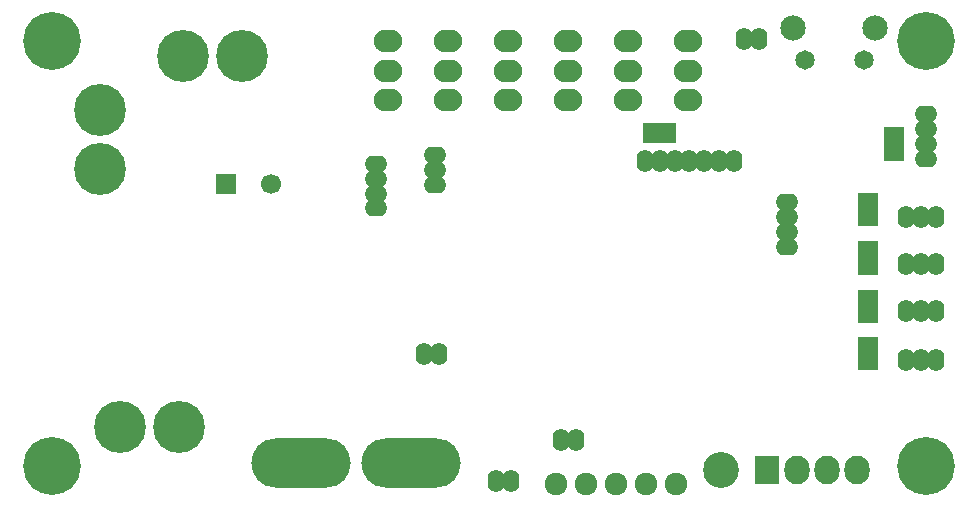
<source format=gbr>
G04 #@! TF.FileFunction,Soldermask,Bot*
%FSLAX46Y46*%
G04 Gerber Fmt 4.6, Leading zero omitted, Abs format (unit mm)*
G04 Created by KiCad (PCBNEW 4.0.1-3.201512221402+6198~38~ubuntu15.04.1-stable) date Sun 03 Jan 2016 10:59:58 AM EST*
%MOMM*%
G01*
G04 APERTURE LIST*
%ADD10C,0.100000*%
%ADD11C,2.150060*%
%ADD12C,1.649680*%
%ADD13O,8.400000X4.200000*%
%ADD14R,1.700000X1.100000*%
%ADD15O,1.900000X1.416000*%
%ADD16O,1.416000X1.900000*%
%ADD17O,2.400000X1.900000*%
%ADD18C,4.400000*%
%ADD19C,4.900000*%
%ADD20C,1.924000*%
%ADD21R,2.127200X2.432000*%
%ADD22O,2.127200X2.432000*%
%ADD23R,1.100000X1.700000*%
%ADD24C,3.042000*%
%ADD25R,1.700000X1.700000*%
%ADD26C,1.700000*%
G04 APERTURE END LIST*
D10*
D11*
X172700120Y-101899980D03*
D12*
X171699360Y-104600000D03*
X166700640Y-104600000D03*
D11*
X165699880Y-101899980D03*
D13*
X124100000Y-138750000D03*
X133400000Y-138750000D03*
D14*
X174250000Y-110850000D03*
X174250000Y-111750000D03*
X174250000Y-112650000D03*
X172100000Y-128600000D03*
X172100000Y-129500000D03*
X172100000Y-130400000D03*
X172100000Y-124600000D03*
X172100000Y-125500000D03*
X172100000Y-126400000D03*
X172100000Y-120500000D03*
X172100000Y-121400000D03*
X172100000Y-122300000D03*
X172100000Y-116400000D03*
X172100000Y-117300000D03*
X172100000Y-118200000D03*
D15*
X135400000Y-112700000D03*
X135400000Y-113950000D03*
X135400000Y-115200000D03*
X176950000Y-109250000D03*
X176950000Y-110500000D03*
X176950000Y-111750000D03*
X176950000Y-113000000D03*
D16*
X175300000Y-130000000D03*
X176550000Y-130000000D03*
X177800000Y-130000000D03*
X175300000Y-125900000D03*
X176550000Y-125900000D03*
X177800000Y-125900000D03*
X175300000Y-121900000D03*
X176550000Y-121900000D03*
X177800000Y-121900000D03*
X175300000Y-117900000D03*
X176550000Y-117900000D03*
X177800000Y-117900000D03*
D17*
X156810000Y-108060000D03*
X156810000Y-105560000D03*
X156810000Y-103060000D03*
X151730000Y-108060000D03*
X151730000Y-105560000D03*
X151730000Y-103060000D03*
X146650000Y-108060000D03*
X146650000Y-105560000D03*
X146650000Y-103060000D03*
X141570000Y-108060000D03*
X141570000Y-105560000D03*
X141570000Y-103060000D03*
X136490000Y-108060000D03*
X136490000Y-105560000D03*
X136490000Y-103060000D03*
X131410000Y-108060000D03*
X131410000Y-105560000D03*
X131410000Y-103060000D03*
D16*
X162800000Y-102900000D03*
X161550000Y-102900000D03*
D18*
X108750000Y-135750000D03*
X113750000Y-135750000D03*
D16*
X135750000Y-129500000D03*
X134500000Y-129500000D03*
X140600000Y-140300000D03*
X141850000Y-140300000D03*
D19*
X177000000Y-103000000D03*
X177000000Y-139000000D03*
X103000000Y-139000000D03*
D20*
X155800000Y-140500000D03*
X153260000Y-140500000D03*
X150720000Y-140500000D03*
X148180000Y-140500000D03*
X145640000Y-140500000D03*
D16*
X147350000Y-136850000D03*
X146100000Y-136850000D03*
D15*
X130400000Y-117200000D03*
X130400000Y-115950000D03*
X130400000Y-114700000D03*
X130400000Y-113450000D03*
D21*
X163550000Y-139350000D03*
D22*
X166090000Y-139350000D03*
X168630000Y-139350000D03*
X171170000Y-139350000D03*
D15*
X165200000Y-116700000D03*
X165200000Y-117950000D03*
X165200000Y-119200000D03*
X165200000Y-120450000D03*
D18*
X119100000Y-104300000D03*
X114100000Y-104300000D03*
X107050000Y-108900000D03*
X107050000Y-113900000D03*
D23*
X155300000Y-110800000D03*
X154400000Y-110800000D03*
X153500000Y-110800000D03*
D16*
X153200000Y-113200000D03*
X160700000Y-113200000D03*
X159450000Y-113200000D03*
X158200000Y-113200000D03*
X156950000Y-113200000D03*
X155700000Y-113200000D03*
X154450000Y-113200000D03*
D19*
X103000000Y-103000000D03*
D24*
X159650000Y-139350000D03*
D25*
X117750000Y-115100000D03*
D26*
X121550000Y-115100000D03*
M02*

</source>
